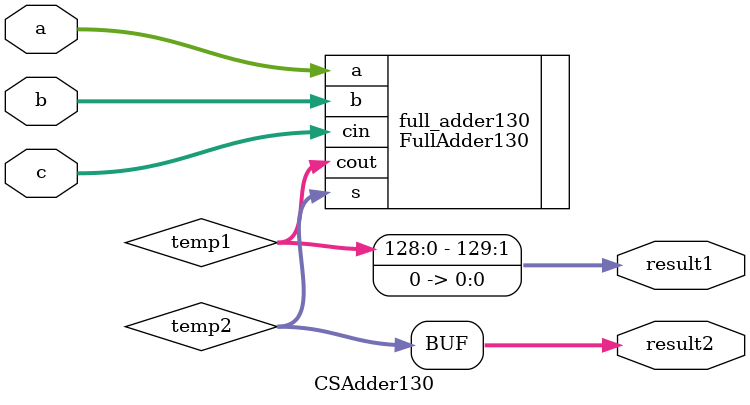
<source format=v>

module CSAdder130 (
    input wire[129:0] a,
    input wire[129:0] b,
    input wire[129:0] c,

    output wire[129:0] result1,
    output wire[129:0] result2
);
/* verilator lint_off UNUSED */
wire[129:0] temp1;
wire[129:0] temp2;

FullAdder130 full_adder130(
    .a(a),
    .b(b),
    .cin(c),

    .cout(temp1),
    .s(temp2)
);

assign result1 = {temp1[128:0], 1'd0};
/* verilator lint_on UNUSED */
assign result2 = temp2;

endmodule

</source>
